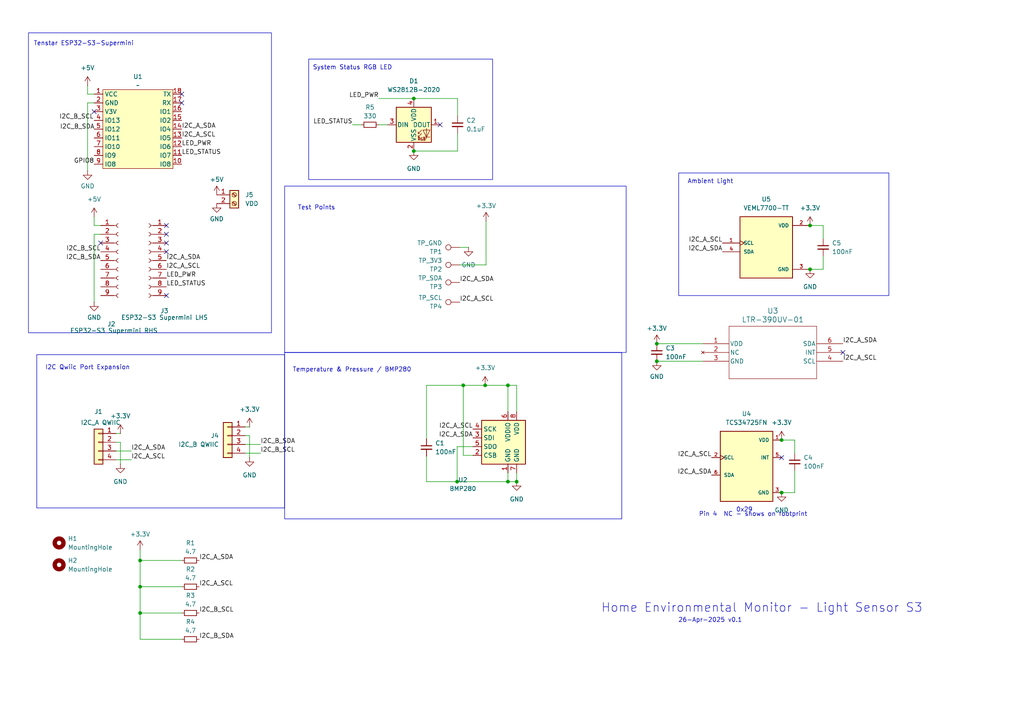
<source format=kicad_sch>
(kicad_sch (version 20250114) (generator "eeschema") (generator_version "9.0")
  (paper "A4")
  (lib_symbols
    (symbol "Connector:Conn_01x09_Socket" (pin_names (offset 1.016) (hide yes))
      (property "Reference" "J" (at 0 12.7 0))
      (property "Value" "Conn_01x09_Socket" (at 0 -12.7 0))
      (symbol "Conn_01x09_Socket_1_1"
        (polyline (pts (xy -1.27 10.16) (xy -0.508 10.16)) (stroke (width 0.1524)))
        (polyline (pts (xy -1.27 7.62) (xy -0.508 7.62)) (stroke (width 0.1524)))
        (polyline (pts (xy -1.27 5.08) (xy -0.508 5.08)) (stroke (width 0.1524)))
        (polyline (pts (xy -1.27 2.54) (xy -0.508 2.54)) (stroke (width 0.1524)))
        (polyline (pts (xy -1.27 0) (xy -0.508 0)) (stroke (width 0.1524)))
        (polyline (pts (xy -1.27 -2.54) (xy -0.508 -2.54)) (stroke (width 0.1524)))
        (polyline (pts (xy -1.27 -5.08) (xy -0.508 -5.08)) (stroke (width 0.1524)))
        (polyline (pts (xy -1.27 -7.62) (xy -0.508 -7.62)) (stroke (width 0.1524)))
        (polyline (pts (xy -1.27 -10.16) (xy -0.508 -10.16)) (stroke (width 0.1524)))
        (arc (start 0 9.652) (mid -0.5058 10.16) (end 0 10.668) (stroke (width 0.1524)))
        (arc (start 0 7.112) (mid -0.5058 7.62) (end 0 8.128) (stroke (width 0.1524)))
        (arc (start 0 4.572) (mid -0.5058 5.08) (end 0 5.588) (stroke (width 0.1524)))
        (arc (start 0 2.032) (mid -0.5058 2.54) (end 0 3.048) (stroke (width 0.1524)))
        (arc (start 0 -0.508) (mid -0.5058 0) (end 0 0.508) (stroke (width 0.1524)))
        (arc (start 0 -3.048) (mid -0.5058 -2.54) (end 0 -2.032) (stroke (width 0.1524)))
        (arc (start 0 -5.588) (mid -0.5058 -5.08) (end 0 -4.572) (stroke (width 0.1524)))
        (arc (start 0 -8.128) (mid -0.5058 -7.62) (end 0 -7.112) (stroke (width 0.1524)))
        (arc (start 0 -10.668) (mid -0.5058 -10.16) (end 0 -9.652) (stroke (width 0.1524)))
        (pin passive line (at -5.08 10.16 0) (length 3.81) (name "Pin_1") (number "1"))
        (pin passive line (at -5.08 7.62 0) (length 3.81) (name "Pin_2") (number "2"))
        (pin passive line (at -5.08 5.08 0) (length 3.81) (name "Pin_3") (number "3"))
        (pin passive line (at -5.08 2.54 0) (length 3.81) (name "Pin_4") (number "4"))
        (pin passive line (at -5.08 0 0) (length 3.81) (name "Pin_5") (number "5"))
        (pin passive line (at -5.08 -2.54 0) (length 3.81) (name "Pin_6") (number "6"))
        (pin passive line (at -5.08 -5.08 0) (length 3.81) (name "Pin_7") (number "7"))
        (pin passive line (at -5.08 -7.62 0) (length 3.81) (name "Pin_8") (number "8"))
        (pin passive line (at -5.08 -10.16 0) (length 3.81) (name "Pin_9") (number "9"))
      )
    )
    (symbol "Connector:Screw_Terminal_01x02" (pin_names (offset 1.016) (hide yes))
      (property "Reference" "J" (at 0 2.54 0))
      (property "Value" "Screw_Terminal_01x02" (at 0 -5.08 0))
      (symbol "Screw_Terminal_01x02_1_1"
        (rectangle (start -1.27 1.27) (end 1.27 -3.81) (stroke (width 0.254)) (fill (type background)))
        (polyline (pts (xy -0.5334 0.3302) (xy 0.3302 -0.508)) (stroke (width 0.1524)))
        (polyline (pts (xy -0.5334 -2.2098) (xy 0.3302 -3.048)) (stroke (width 0.1524)))
        (polyline (pts (xy -0.3556 0.508) (xy 0.508 -0.3302)) (stroke (width 0.1524)))
        (polyline (pts (xy -0.3556 -2.032) (xy 0.508 -2.8702)) (stroke (width 0.1524)))
        (circle (center 0 0) (radius 0.635) (stroke (width 0.1524)))
        (circle (center 0 -2.54) (radius 0.635) (stroke (width 0.1524)))
        (pin passive line (at -5.08 0 0) (length 3.81) (name "Pin_1") (number "1"))
        (pin passive line (at -5.08 -2.54 0) (length 3.81) (name "Pin_2") (number "2"))
      )
    )
    (symbol "Connector:TestPoint" (pin_numbers (hide yes)) (pin_names (offset 0.762) (hide yes))
      (property "Reference" "TP" (at 0 6.858 0))
      (property "Value" "TestPoint" (at 0 5.08 0))
      (symbol "TestPoint_0_1"
        (circle (center 0 3.302) (radius 0.762))
      )
      (symbol "TestPoint_1_1"
        (pin passive line (at 0 0 90) (length 2.54) (name "1") (number "1"))
      )
    )
    (symbol "Connector_Generic:Conn_01x04" (pin_names (offset 1.016) (hide yes))
      (property "Reference" "J" (at 0 5.08 0))
      (property "Value" "Conn_01x04" (at 0 -7.62 0))
      (symbol "Conn_01x04_1_1"
        (rectangle (start -1.27 3.81) (end 1.27 -6.35) (stroke (width 0.254)) (fill (type background)))
        (rectangle (start -1.27 2.667) (end 0 2.413) (stroke (width 0.1524)))
        (rectangle (start -1.27 0.127) (end 0 -0.127) (stroke (width 0.1524)))
        (rectangle (start -1.27 -2.413) (end 0 -2.667) (stroke (width 0.1524)))
        (rectangle (start -1.27 -4.953) (end 0 -5.207) (stroke (width 0.1524)))
        (pin passive line (at -5.08 2.54 0) (length 3.81) (name "Pin_1") (number "1"))
        (pin passive line (at -5.08 0 0) (length 3.81) (name "Pin_2") (number "2"))
        (pin passive line (at -5.08 -2.54 0) (length 3.81) (name "Pin_3") (number "3"))
        (pin passive line (at -5.08 -5.08 0) (length 3.81) (name "Pin_4") (number "4"))
      )
    )
    (symbol "Custom_ESP32:LTR-390UV-01" (pin_names (offset 0.254))
      (property "Reference" "U" (at 20.32 10.16 0))
      (property "Value" "LTR-390UV-01" (at 20.32 7.62 0))
      (symbol "LTR-390UV-01_0_1"
        (polyline (pts (xy 7.62 5.08) (xy 7.62 -10.16)) (stroke (width 0.127)))
        (polyline (pts (xy 7.62 -10.16) (xy 33.02 -10.16)) (stroke (width 0.127)))
        (polyline (pts (xy 33.02 5.08) (xy 7.62 5.08)) (stroke (width 0.127)))
        (polyline (pts (xy 33.02 -10.16) (xy 33.02 5.08)) (stroke (width 0.127)))
        (pin power_in line (at 0 0 0) (length 7.62) (name "VDD") (number "1"))
        (pin no_connect line (at 0 -2.54 0) (length 7.62) (name "NC") (number "2"))
        (pin power_out line (at 0 -5.08 0) (length 7.62) (name "GND") (number "3"))
        (pin bidirectional line (at 40.64 0 180) (length 7.62) (name "SDA") (number "6"))
        (pin output line (at 40.64 -2.54 180) (length 7.62) (name "INT") (number "5"))
        (pin input line (at 40.64 -5.08 180) (length 7.62) (name "SCL") (number "4"))
      )
    )
    (symbol "Custom_ESP32:TCS34725FN" (pin_names (offset 1.016))
      (property "Reference" "U" (at -7.6343 10.179 0))
      (property "Value" "TCS34725FN" (at -7.6296 -10.1727 0))
      (symbol "TCS34725FN_0_0"
        (rectangle (start -7.62 -10.16) (end 7.62 10.16) (stroke (width 0.254)) (fill (type background)))
        (pin input clock (at -10.16 2.54 0) (length 2.54) (name "SCL") (number "2"))
        (pin bidirectional line (at -10.16 -2.54 0) (length 2.54) (name "SDA") (number "6"))
        (pin power_in line (at 10.16 7.62 180) (length 2.54) (name "VDD") (number "1"))
        (pin output line (at 10.16 2.54 180) (length 2.54) (name "INT") (number "5"))
        (pin power_in line (at 10.16 -7.62 180) (length 2.54) (name "GND") (number "3"))
      )
    )
    (symbol "Custom_ESP32:Tenstar-ESP32-S3-Supermini"
      (property "Reference" "U" (at -9.652 12.446 0))
      (symbol "Tenstar-ESP32-S3-Supermini_1_1"
        (rectangle (start -10.16 11.43) (end 10.16 -11.43) (fill (type background)))
        (pin power_in line (at -12.7 10.16 0) (length 2.54) (name "VCC") (number "1"))
        (pin power_in line (at -12.7 7.62 0) (length 2.54) (name "GND") (number "2"))
        (pin power_out line (at -12.7 5.08 0) (length 2.54) (name "V3V") (number "3"))
        (pin bidirectional line (at -12.7 2.54 0) (length 2.54) (name "IO13") (number "4"))
        (pin bidirectional line (at -12.7 0 0) (length 2.54) (name "IO12") (number "5"))
        (pin bidirectional line (at -12.7 -2.54 0) (length 2.54) (name "IO11") (number "6"))
        (pin bidirectional line (at -12.7 -5.08 0) (length 2.54) (name "IO10") (number "7"))
        (pin bidirectional line (at -12.7 -7.62 0) (length 2.54) (name "IO9") (number "8"))
        (pin bidirectional line (at -12.7 -10.16 0) (length 2.54) (name "IO8") (number "9"))
        (pin bidirectional line (at 12.7 10.16 180) (length 2.54) (name "TX") (number "18"))
        (pin bidirectional line (at 12.7 7.62 180) (length 2.54) (name "RX") (number "17"))
        (pin bidirectional line (at 12.7 5.08 180) (length 2.54) (name "IO1") (number "16"))
        (pin bidirectional line (at 12.7 2.54 180) (length 2.54) (name "IO2") (number "15"))
        (pin bidirectional line (at 12.7 0 180) (length 2.54) (name "IO4") (number "14"))
        (pin bidirectional line (at 12.7 -2.54 180) (length 2.54) (name "IO5") (number "13"))
        (pin bidirectional line (at 12.7 -5.08 180) (length 2.54) (name "IO6") (number "12"))
        (pin bidirectional line (at 12.7 -7.62 180) (length 2.54) (name "IO7") (number "11"))
        (pin bidirectional line (at 12.7 -10.16 180) (length 2.54) (name "IO8") (number "10"))
      )
    )
    (symbol "Device:C_Small" (pin_numbers (hide yes)) (pin_names (offset 0.254) (hide yes))
      (property "Reference" "C" (at 0.254 1.778 0))
      (property "Value" "C_Small" (at 0.254 -2.032 0))
      (symbol "C_Small_0_1"
        (polyline (pts (xy -1.524 0.508) (xy 1.524 0.508)) (stroke (width 0.3048)))
        (polyline (pts (xy -1.524 -0.508) (xy 1.524 -0.508)) (stroke (width 0.3302)))
      )
      (symbol "C_Small_1_1"
        (pin passive line (at 0 2.54 270) (length 2.032) (name "~") (number "1"))
        (pin passive line (at 0 -2.54 90) (length 2.032) (name "~") (number "2"))
      )
    )
    (symbol "Device:R_Small" (pin_numbers (hide yes)) (pin_names (offset 0.254) (hide yes))
      (property "Reference" "R" (at 0.762 0.508 0))
      (property "Value" "R_Small" (at 0.762 -1.016 0))
      (symbol "R_Small_0_1"
        (rectangle (start -0.762 1.778) (end 0.762 -1.778) (stroke (width 0.2032)))
      )
      (symbol "R_Small_1_1"
        (pin passive line (at 0 2.54 270) (length 0.762) (name "~") (number "1"))
        (pin passive line (at 0 -2.54 90) (length 0.762) (name "~") (number "2"))
      )
    )
    (symbol "LED:WS2812B-2020" (pin_names (offset 0.254))
      (property "Reference" "D" (at 5.08 5.715 0))
      (property "Value" "WS2812B-2020" (at 1.27 -5.715 0))
      (symbol "WS2812B-2020_0_0"
        (text "RGB" (at 2.286 -4.191 0) (effects (font (size 0.762 0.762))))
      )
      (symbol "WS2812B-2020_0_1"
        (polyline (pts (xy 1.27 -2.54) (xy 1.778 -2.54)))
        (polyline (pts (xy 1.27 -3.556) (xy 1.778 -3.556)))
        (polyline (pts (xy 2.286 -1.524) (xy 1.27 -2.54) (xy 1.27 -2.032)))
        (polyline (pts (xy 2.286 -2.54) (xy 1.27 -3.556) (xy 1.27 -3.048)))
        (polyline (pts (xy 3.683 -1.016) (xy 3.683 -3.556) (xy 3.683 -4.064)))
        (polyline (pts (xy 4.699 -1.524) (xy 2.667 -1.524) (xy 3.683 -3.556) (xy 4.699 -1.524)))
        (polyline (pts (xy 4.699 -3.556) (xy 2.667 -3.556)))
        (rectangle (start 5.08 5.08) (end -5.08 -5.08) (stroke (width 0.254)) (fill (type background)))
      )
      (symbol "WS2812B-2020_1_1"
        (pin input line (at -7.62 0 0) (length 2.54) (name "DIN") (number "3"))
        (pin power_in line (at 0 7.62 270) (length 2.54) (name "VDD") (number "4"))
        (pin power_in line (at 0 -7.62 90) (length 2.54) (name "VSS") (number "2"))
        (pin output line (at 7.62 0 180) (length 2.54) (name "DOUT") (number "1"))
      )
    )
    (symbol "Mechanical:MountingHole" (pin_names (offset 1.016)) (exclude_from_sim yes) (in_bom no)
      (property "Reference" "H" (at 0 5.08 0))
      (property "Value" "MountingHole" (at 0 3.175 0))
      (symbol "MountingHole_0_1"
        (circle (center 0 0) (radius 1.27) (stroke (width 1.27)))
      )
    )
    (symbol "Sensor_Pressure:BMP280"
      (property "Reference" "U" (at -7.62 10.16 0))
      (property "Value" "BMP280" (at 5.08 10.16 0))
      (symbol "BMP280_0_1"
        (rectangle (start -7.62 -5.08) (end 5.08 7.62) (stroke (width 0.254)) (fill (type background)))
      )
      (symbol "BMP280_1_1"
        (pin input line (at -10.16 5.08 0) (length 2.54) (name "SCK") (number "4"))
        (pin bidirectional line (at -10.16 2.54 0) (length 2.54) (name "SDI") (number "3"))
        (pin bidirectional line (at -10.16 0 0) (length 2.54) (name "SDO") (number "5"))
        (pin input line (at -10.16 -2.54 0) (length 2.54) (name "CSB") (number "2"))
        (pin power_in line (at 0 10.16 270) (length 2.54) (name "VDDIO") (number "6"))
        (pin power_in line (at 0 -7.62 90) (length 2.54) (name "GND") (number "1"))
        (pin power_in line (at 2.54 10.16 270) (length 2.54) (name "VDD") (number "8"))
        (pin power_in line (at 2.54 -7.62 90) (length 2.54) (name "GND") (number "7"))
      )
    )
    (symbol "VEML7700-TT:VEML7700-TT" (pin_names (offset 1.016))
      (property "Reference" "U" (at -7.62 10.795 0))
      (property "Value" "VEML7700-TT" (at -7.62 -10.16 0))
      (symbol "VEML7700-TT_0_0"
        (rectangle (start -7.62 -7.62) (end 7.62 10.16) (stroke (width 0.254)) (fill (type background)))
        (pin input clock (at -12.7 2.54 0) (length 5.08) (name "SCL") (number "1"))
        (pin bidirectional line (at -12.7 0 0) (length 5.08) (name "SDA") (number "4"))
        (pin power_in line (at 12.7 7.62 180) (length 5.08) (name "VDD") (number "2"))
        (pin power_in line (at 12.7 -5.08 180) (length 5.08) (name "GND") (number "3"))
      )
    )
    (symbol "power:+3.3V" (power) (pin_numbers (hide yes)) (pin_names (offset 0) (hide yes))
      (property "Value" "+3.3V" (at 0 3.556 0))
      (symbol "+3.3V_0_1"
        (polyline (pts (xy -0.762 1.27) (xy 0 2.54)))
        (polyline (pts (xy 0 2.54) (xy 0.762 1.27)))
        (polyline (pts (xy 0 0) (xy 0 2.54)))
      )
      (symbol "+3.3V_1_1"
        (pin power_in line (at 0 0 90) (length 0) (name "~") (number "1"))
      )
    )
    (symbol "power:+5V" (power) (pin_numbers (hide yes)) (pin_names (offset 0) (hide yes))
      (property "Value" "+5V" (at 0 3.556 0))
      (symbol "+5V_0_1"
        (polyline (pts (xy -0.762 1.27) (xy 0 2.54)))
        (polyline (pts (xy 0 2.54) (xy 0.762 1.27)))
        (polyline (pts (xy 0 0) (xy 0 2.54)))
      )
      (symbol "+5V_1_1"
        (pin power_in line (at 0 0 90) (length 0) (name "~") (number "1"))
      )
    )
    (symbol "power:GND" (power) (pin_numbers (hide yes)) (pin_names (offset 0) (hide yes))
      (property "Value" "GND" (at 0 -3.81 0))
      (symbol "GND_0_1"
        (polyline (pts (xy 0 0) (xy 0 -1.27) (xy 1.27 -1.27) (xy 0 -2.54) (xy -1.27 -1.27) (xy 0 -1.27)))
      )
      (symbol "GND_1_1"
        (pin power_in line (at 0 0 270) (length 0) (name "~") (number "1"))
      )
    )
  )
  (rectangle (start 82.55 53.975) (end 181.61 102.235))
  (rectangle (start 8.255 9.525) (end 78.74 96.52))
  (rectangle (start 89.535 17.145) (end 142.875 52.07))
  (rectangle (start 10.668 102.87) (end 82.55 147.32))
  (rectangle (start 82.55 102.235) (end 180.34 150.495))
  (rectangle (start 196.85 50.165) (end 257.81 85.725))
  (text "0x29" (at 215.9 147.955 0) (effects (font (size 1.27 1.27))))
  (text "Home Environmental Monitor - Light Sensor S3" (at 220.98 176.403 0) (effects (font (size 2.54 2.54))))
  (text "Tenstar ESP32-S3-Supermini " (at 24.765 12.7 0) (effects (font (size 1.27 1.27))))
  (text "Temperature & Pressure / BMP280" (at 84.836 107.315 0) (effects (font (size 1.27 1.27)) (justify left)))
  (text "I2C Qwiic Port Expansion" (at 25.4 106.68 0) (effects (font (size 1.27 1.27))))
  (text "Test Points" (at 86.36 60.325 0) (effects (font (size 1.27 1.27)) (justify left)))
  (text "System Status RGB LED" (at 102.235 19.685 0) (effects (font (size 1.27 1.27))))
  (text "Ambient Light" (at 199.39 52.705 0) (effects (font (size 1.27 1.27)) (justify left)))
  (text "Pin 4  NC - shows on footprint" (at 218.44 149.225 0) (effects (font (size 1.27 1.27))))
  (text "26-Apr-2025 v0.1" (at 205.994 179.959 0) (effects (font (size 1.27 1.27))))
  (junction (at 147.32 111.76))
  (junction (at 147.32 139.7))
  (junction (at 40.64 162.56))
  (junction (at 40.64 170.18))
  (junction (at 226.695 127.635))
  (junction (at 149.86 139.7))
  (junction (at 190.5 104.775))
  (junction (at 132.588 139.7))
  (junction (at 234.95 78.105))
  (junction (at 140.716 111.76))
  (junction (at 226.695 142.875))
  (junction (at 234.95 65.405))
  (junction (at 120.015 28.575))
  (junction (at 134.366 111.76))
  (junction (at 190.5 99.695))
  (junction (at 40.64 177.8))
  (junction (at 120.015 43.815))
  (no_connect (at 48.26 65.405))
  (no_connect (at 48.26 70.485))
  (no_connect (at 52.705 27.305))
  (no_connect (at 244.475 102.235))
  (no_connect (at 48.26 85.725))
  (no_connect (at 48.26 73.025))
  (no_connect (at 29.21 70.485))
  (no_connect (at 127.635 36.195))
  (no_connect (at 27.305 32.385))
  (no_connect (at 226.695 132.715))
  (no_connect (at 48.26 67.945))
  (no_connect (at 52.705 29.845))
  (wire (pts (xy 226.695 127.635) (xy 230.505 127.635)))
  (wire (pts (xy 238.76 78.105) (xy 234.95 78.105)))
  (wire (pts (xy 123.698 111.76) (xy 123.698 127.254)))
  (wire (pts (xy 71.12 123.825) (xy 72.39 123.825)))
  (wire (pts (xy 230.505 127.635) (xy 230.505 131.445)))
  (wire (pts (xy 238.76 65.405) (xy 238.76 69.215)))
  (wire (pts (xy 137.16 129.54) (xy 132.588 129.54)))
  (wire (pts (xy 230.505 142.875) (xy 226.695 142.875)))
  (wire (pts (xy 25.4 49.53) (xy 25.4 29.845)))
  (wire (pts (xy 133.35 76.835) (xy 140.97 76.835)))
  (wire (pts (xy 134.366 111.76) (xy 134.366 132.08)))
  (wire (pts (xy 147.32 139.7) (xy 149.86 139.7)))
  (wire (pts (xy 133.35 71.755) (xy 135.89 71.755)))
  (wire (pts (xy 147.32 111.76) (xy 149.86 111.76)))
  (wire (pts (xy 147.32 137.16) (xy 147.32 139.7)))
  (wire (pts (xy 72.39 126.365) (xy 71.12 126.365)))
  (wire (pts (xy 27.305 62.865) (xy 27.305 65.405)))
  (wire (pts (xy 109.855 36.195) (xy 112.395 36.195)))
  (wire (pts (xy 25.4 29.845) (xy 27.305 29.845)))
  (wire (pts (xy 40.64 185.42) (xy 40.64 177.8)))
  (wire (pts (xy 234.95 65.405) (xy 238.76 65.405)))
  (wire (pts (xy 120.015 28.575) (xy 132.715 28.575)))
  (wire (pts (xy 134.366 132.08) (xy 137.16 132.08)))
  (wire (pts (xy 132.588 129.54) (xy 132.588 139.7)))
  (wire (pts (xy 40.64 162.56) (xy 40.64 159.385)))
  (wire (pts (xy 132.715 38.735) (xy 132.715 43.815)))
  (wire (pts (xy 71.12 131.445) (xy 75.565 131.445)))
  (wire (pts (xy 33.655 133.35) (xy 38.1 133.35)))
  (wire (pts (xy 102.235 36.195) (xy 104.775 36.195)))
  (wire (pts (xy 40.64 177.8) (xy 52.705 177.8)))
  (wire (pts (xy 149.86 137.16) (xy 149.86 139.7)))
  (wire (pts (xy 149.86 119.38) (xy 149.86 111.76)))
  (wire (pts (xy 132.715 43.815) (xy 120.015 43.815)))
  (wire (pts (xy 132.715 28.575) (xy 132.715 33.655)))
  (wire (pts (xy 34.925 128.27) (xy 33.655 128.27)))
  (wire (pts (xy 132.588 139.7) (xy 147.32 139.7)))
  (wire (pts (xy 123.698 139.7) (xy 132.588 139.7)))
  (wire (pts (xy 33.655 130.81) (xy 38.1 130.81)))
  (wire (pts (xy 25.4 27.305) (xy 27.305 27.305)))
  (wire (pts (xy 140.97 76.835) (xy 140.97 64.135)))
  (wire (pts (xy 140.716 111.76) (xy 147.32 111.76)))
  (wire (pts (xy 71.12 128.905) (xy 75.565 128.905)))
  (wire (pts (xy 40.64 170.18) (xy 52.705 170.18)))
  (wire (pts (xy 109.855 28.575) (xy 120.015 28.575)))
  (wire (pts (xy 134.366 111.76) (xy 140.716 111.76)))
  (wire (pts (xy 230.505 136.525) (xy 230.505 142.875)))
  (wire (pts (xy 25.4 24.765) (xy 25.4 27.305)))
  (wire (pts (xy 72.39 126.365) (xy 72.39 132.715)))
  (wire (pts (xy 40.64 177.8) (xy 40.64 170.18)))
  (wire (pts (xy 123.698 132.334) (xy 123.698 139.7)))
  (wire (pts (xy 52.705 185.42) (xy 40.64 185.42)))
  (wire (pts (xy 34.925 128.27) (xy 34.925 134.62)))
  (wire (pts (xy 190.5 104.775) (xy 203.835 104.775)))
  (wire (pts (xy 27.305 67.945) (xy 29.21 67.945)))
  (wire (pts (xy 27.305 65.405) (xy 29.21 65.405)))
  (wire (pts (xy 147.32 111.76) (xy 147.32 119.38)))
  (wire (pts (xy 33.655 125.73) (xy 34.925 125.73)))
  (wire (pts (xy 238.76 74.295) (xy 238.76 78.105)))
  (wire (pts (xy 40.64 162.56) (xy 52.705 162.56)))
  (wire (pts (xy 190.5 99.695) (xy 203.835 99.695)))
  (wire (pts (xy 123.698 111.76) (xy 134.366 111.76)))
  (wire (pts (xy 27.305 87.63) (xy 27.305 67.945)))
  (wire (pts (xy 40.64 170.18) (xy 40.64 162.56)))
  (label "LED_PWR" (at 48.26 80.645 0))
  (label "I2C_B_SDA" (at 27.432 37.719 180))
  (label "I2C_B_SCL" (at 27.178 34.798 180))
  (label "I2C_A_SCL" (at 38.1 133.35 0))
  (label "LED_STATUS" (at 52.705 45.085 0))
  (label "I2C_A_SCL" (at 48.26 78.105 0))
  (label "I2C_B_SDA" (at 57.785 185.42 0))
  (label "I2C_B_SCL" (at 75.565 131.445 0))
  (label "I2C_A_SCL" (at 133.35 87.63 0))
  (label "I2C_A_SDA" (at 52.705 37.465 0))
  (label "LED_STATUS" (at 48.26 83.185 0))
  (label "LED_PWR" (at 52.705 42.545 0))
  (label "I2C_B_SCL" (at 29.21 73.025 180))
  (label "LED_STATUS" (at 102.235 36.195 180))
  (label "I2C_A_SCL" (at 206.375 132.715 180))
  (label "I2C_A_SDA" (at 133.35 81.915 0))
  (label "I2C_A_SCL" (at 209.55 70.485 180))
  (label "I2C_A_SDA" (at 206.375 137.795 180))
  (label "GPIO8" (at 27.305 47.625 180))
  (label "I2C_A_SDA" (at 57.785 162.56 0))
  (label "LED_PWR" (at 109.855 28.575 180))
  (label "I2C_B_SCL" (at 57.785 177.8 0))
  (label "I2C_A_SDA" (at 48.26 75.565 0))
  (label "I2C_A_SDA" (at 244.475 99.695 0))
  (label "I2C_A_SCL" (at 137.16 124.46 180))
  (label "I2C_A_SCL" (at 244.475 104.775 0))
  (label "I2C_A_SDA" (at 209.55 73.025 180))
  (label "I2C_B_SDA" (at 29.21 75.565 180))
  (label "I2C_B_SDA" (at 75.565 128.905 0))
  (label "I2C_A_SCL" (at 57.785 170.18 0))
  (label "I2C_A_SDA" (at 137.16 127 180))
  (label "I2C_A_SDA" (at 38.1 130.81 0))
  (label "I2C_A_SCL" (at 52.705 40.005 0))
  (symbol (lib_id "power:GND") (at 190.5 104.775 0) (unit 1)
    (property "Reference" "#PWR018" (effects (hide yes)))
    (property "Value" "GND" (at 190.5 109.22 0))
    (property "Description" "Power symbol creates a global label with name \"GND\" , ground" (effects (hide yes)))
  )
  (symbol (lib_id "power:+3.3V") (at 190.5 99.695 0) (unit 1)
    (property "Reference" "#PWR017" (effects (hide yes)))
    (property "Value" "+3.3V" (at 190.5 95.25 0))
    (property "Description" "Power symbol creates a global label with name \"+3.3V\"" (effects (hide yes)))
  )
  (symbol (lib_id "Custom_ESP32:Tenstar-ESP32-S3-Supermini") (at 40.005 37.465 0) (unit 1) (on_board no)
    (property "Reference" "U1" (at 40.005 22.225 0))
    (property "Value" "~" (at 40.005 24.765 0))
    (property "Footprint" "Custom_Modules:Tenstar-ESP32-S3-SuperMini" (effects (hide yes)))
  )
  (symbol (lib_id "power:GND") (at 62.865 59.055 0) (unit 1)
    (property "Reference" "#PWR09" (effects (hide yes)))
    (property "Value" "GND" (at 62.865 63.5 0))
    (property "Description" "Power symbol creates a global label with name \"GND\" , ground" (effects (hide yes)))
  )
  (symbol (lib_id "Connector:TestPoint") (at 133.35 71.755 90) (unit 1)
    (property "Reference" "TP1" (at 128.27 73.0251 90) (effects (justify left)))
    (property "Value" "TP_GND" (at 128.27 70.4851 90) (effects (justify left)))
    (property "Footprint" "TestPoint:TestPoint_Pad_1.0x1.0mm" (effects (hide yes)))
    (property "Description" "test point" (effects (hide yes)))
  )
  (symbol (lib_id "Connector_Generic:Conn_01x04") (at 28.575 128.27 0) (mirror y) (unit 1)
    (property "Reference" "J1" (at 28.575 119.38 0))
    (property "Value" "I2C_A QWIIC" (at 29.21 122.555 0))
    (property "Footprint" "Connector_JST:JST_SH_SM04B-SRSS-TB_1x04-1MP_P1.00mm_Horizontal" (effects (hide yes)))
    (property "Description" "Generic connector, single row, 01x04, script generated (kicad-library-utils/schlib/autogen/connector/)" (effects (hide yes)))
  )
  (symbol (lib_id "power:GND") (at 72.39 132.715 0) (mirror y) (unit 1)
    (property "Reference" "#PWR011" (effects (hide yes)))
    (property "Value" "GND" (at 72.39 137.795 0))
    (property "Description" "Power symbol creates a global label with name \"GND\" , ground" (effects (hide yes)))
  )
  (symbol (lib_id "power:+5V") (at 62.865 56.515 0) (unit 1)
    (property "Reference" "#PWR08" (effects (hide yes)))
    (property "Value" "+5V" (at 62.865 52.07 0))
    (property "Description" "Power symbol creates a global label with name \"+5V\"" (effects (hide yes)))
  )
  (symbol (lib_id "power:GND") (at 34.925 134.62 0) (mirror y) (unit 1)
    (property "Reference" "#PWR06" (effects (hide yes)))
    (property "Value" "GND" (at 34.925 139.7 0))
    (property "Description" "Power symbol creates a global label with name \"GND\" , ground" (effects (hide yes)))
  )
  (symbol (lib_id "Device:C_Small") (at 230.505 133.985 0) (unit 1)
    (property "Reference" "C4" (at 233.045 132.7212 0) (effects (justify left)))
    (property "Value" "100nF" (at 233.045 135.2612 0) (effects (justify left)))
    (property "Footprint" "Capacitor_SMD:C_0201_0603Metric" (effects (hide yes)))
    (property "Description" "Unpolarized capacitor, small symbol" (effects (hide yes)))
  )
  (symbol (lib_id "power:GND") (at 120.015 43.815 0) (unit 1)
    (property "Reference" "#PWR012" (effects (hide yes)))
    (property "Value" "GND" (at 120.015 48.895 0))
    (property "Description" "Power symbol creates a global label with name \"GND\" , ground" (effects (hide yes)))
  )
  (symbol (lib_id "power:+3.3V") (at 234.95 65.405 0) (unit 1)
    (property "Reference" "#PWR021" (effects (hide yes)))
    (property "Value" "+3.3V" (at 234.95 60.325 0))
    (property "Description" "Power symbol creates a global label with name \"+3.3V\"" (effects (hide yes)))
  )
  (symbol (lib_id "Connector:TestPoint") (at 133.35 76.835 90) (unit 1)
    (property "Reference" "TP2" (at 128.27 78.1051 90) (effects (justify left)))
    (property "Value" "TP_3V3" (at 128.27 75.5651 90) (effects (justify left)))
    (property "Footprint" "TestPoint:TestPoint_Pad_1.0x1.0mm" (effects (hide yes)))
    (property "Description" "test point" (effects (hide yes)))
  )
  (symbol (lib_id "Connector_Generic:Conn_01x04") (at 66.04 126.365 0) (mirror y) (unit 1)
    (property "Reference" "J4" (at 63.5 126.3649 0) (effects (justify left)))
    (property "Value" "I2C_B QWIIC" (at 63.5 128.9049 0) (effects (justify left)))
    (property "Footprint" "Connector_JST:JST_SH_SM04B-SRSS-TB_1x04-1MP_P1.00mm_Horizontal" (effects (hide yes)))
    (property "Description" "Generic connector, single row, 01x04, script generated (kicad-library-utils/schlib/autogen/connector/)" (effects (hide yes)))
  )
  (symbol (lib_id "Device:C_Small") (at 238.76 71.755 0) (unit 1)
    (property "Reference" "C5" (at 241.3 70.4912 0) (effects (justify left)))
    (property "Value" "100nF" (at 241.3 73.0312 0) (effects (justify left)))
    (property "Footprint" "Capacitor_SMD:C_0201_0603Metric" (effects (hide yes)))
    (property "Description" "Unpolarized capacitor, small symbol" (effects (hide yes)))
  )
  (symbol (lib_id "power:GND") (at 226.695 142.875 0) (unit 1)
    (property "Reference" "#PWR020" (effects (hide yes)))
    (property "Value" "GND" (at 226.695 147.955 0))
    (property "Description" "Power symbol creates a global label with name \"GND\" , ground" (effects (hide yes)))
  )
  (symbol (lib_id "power:+5V") (at 25.4 24.765 0) (unit 1)
    (property "Reference" "#PWR01" (effects (hide yes)))
    (property "Value" "+5V" (at 25.4 19.685 0))
    (property "Description" "Power symbol creates a global label with name \"+5V\"" (effects (hide yes)))
  )
  (symbol (lib_id "power:+5V") (at 27.305 62.865 0) (unit 1)
    (property "Reference" "#PWR03" (effects (hide yes)))
    (property "Value" "+5V" (at 27.305 57.785 0))
    (property "Description" "Power symbol creates a global label with name \"+5V\"" (effects (hide yes)))
  )
  (symbol (lib_id "VEML7700-TT:VEML7700-TT") (at 222.25 73.025 0) (unit 1)
    (property "Reference" "U5" (at 222.25 57.785 0))
    (property "Value" "VEML7700-TT" (at 222.25 60.325 0))
    (property "Footprint" "Custom_Modules:XDCR_VEML7700-TT" (effects (hide yes)))
    (property "DigiKey_Part_Number" "751-VEML7700-TTTR-ND" (effects (hide yes)))
    (property "SnapEDA_Link" "https://www.snapeda.com/parts/VEML7700-TT/Vishay/view-part/?ref=snap" (effects (hide yes)))
    (property "MAXIMUM_PACKAGE_HEIGHT" "2.35 mm" (effects (hide yes)))
    (property "Package" "SMD-4 Vishay Semiconductor" (effects (hide yes)))
    (property "Check_prices" "https://www.snapeda.com/parts/VEML7700-TT/Vishay/view-part/?ref=eda" (effects (hide yes)))
    (property "STANDARD" "Manufacturer Recommendations" (effects (hide yes)))
    (property "PARTREV" "1.6" (effects (hide yes)))
    (property "MF" "Vishay Semiconductor" (effects (hide yes)))
    (property "MP" "VEML7700-TT" (effects (hide yes)))
    (property "Description_1" "Optical Sensor Ambient - I²C 4-SMD, J-Lead" (effects (hide yes)))
    (property "MANUFACTURER" "Vishay" (effects (hide yes)))
    (property "SNAPEDA_PN" "VEML7700-TT" (effects (hide yes)))
  )
  (symbol (lib_id "power:+3.3V") (at 72.39 123.825 0) (mirror y) (unit 1)
    (property "Reference" "#PWR010" (effects (hide yes)))
    (property "Value" "+3.3V" (at 72.39 118.745 0))
    (property "Description" "Power symbol creates a global label with name \"+3.3V\"" (effects (hide yes)))
  )
  (symbol (lib_id "Mechanical:MountingHole") (at 17.145 157.48 0) (unit 1) (exclude_from_sim yes) (in_bom no)
    (property "Reference" "H1" (at 19.685 156.2099 0) (effects (justify left)))
    (property "Value" "MountingHole" (at 19.685 158.7499 0) (effects (justify left)))
    (property "Footprint" "MountingHole:MountingHole_2.2mm_M2" (effects (hide yes)))
    (property "Description" "Mounting Hole without connection" (effects (hide yes)))
  )
  (symbol (lib_id "power:+3.3V") (at 34.925 125.73 0) (mirror y) (unit 1)
    (property "Reference" "#PWR05" (effects (hide yes)))
    (property "Value" "+3.3V" (at 34.925 120.65 0))
    (property "Description" "Power symbol creates a global label with name \"+3.3V\"" (effects (hide yes)))
  )
  (symbol (lib_id "power:GND") (at 234.95 78.105 0) (unit 1)
    (property "Reference" "#PWR022" (effects (hide yes)))
    (property "Value" "GND" (at 234.95 83.185 0))
    (property "Description" "Power symbol creates a global label with name \"GND\" , ground" (effects (hide yes)))
  )
  (symbol (lib_id "Device:C_Small") (at 132.715 36.195 0) (unit 1)
    (property "Reference" "C2" (at 135.255 34.9312 0) (effects (justify left)))
    (property "Value" "0.1uF" (at 135.255 37.4712 0) (effects (justify left)))
    (property "Footprint" "Capacitor_SMD:C_0201_0603Metric" (effects (hide yes)))
    (property "Description" "Unpolarized capacitor, small symbol" (effects (hide yes)))
    (property "LCSC" "C49678" (effects (hide yes)))
  )
  (symbol (lib_id "Device:R_Small") (at 55.245 162.56 90) (unit 1)
    (property "Reference" "R1" (at 55.245 157.48 90))
    (property "Value" "4.7" (at 55.245 160.02 90))
    (property "Footprint" "Resistor_SMD:R_0201_0603Metric" (effects (hide yes)))
    (property "Description" "Resistor, small symbol" (effects (hide yes)))
    (property "LCSC" "C17630" (effects (hide yes)))
  )
  (symbol (lib_id "power:+3.3V") (at 140.716 111.76 0) (unit 1)
    (property "Reference" "#PWR014" (effects (hide yes)))
    (property "Value" "+3.3V" (at 140.716 106.68 0))
    (property "Description" "Power symbol creates a global label with name \"+3.3V\"" (effects (hide yes)))
  )
  (symbol (lib_id "Device:C_Small") (at 123.698 129.794 0) (unit 1)
    (property "Reference" "C1" (at 126.238 128.5302 0) (effects (justify left)))
    (property "Value" "100nF" (at 126.238 131.0702 0) (effects (justify left)))
    (property "Footprint" "Capacitor_SMD:C_0201_0603Metric" (effects (hide yes)))
    (property "Description" "Unpolarized capacitor, small symbol" (effects (hide yes)))
  )
  (symbol (lib_id "power:GND") (at 25.4 49.53 0) (unit 1)
    (property "Reference" "#PWR02" (effects (hide yes)))
    (property "Value" "GND" (at 25.4 53.975 0))
    (property "Description" "Power symbol creates a global label with name \"GND\" , ground" (effects (hide yes)))
  )
  (symbol (lib_id "Connector:TestPoint") (at 133.35 81.915 90) (unit 1)
    (property "Reference" "TP3" (at 128.27 83.1851 90) (effects (justify left)))
    (property "Value" "TP_SDA" (at 128.27 80.6451 90) (effects (justify left)))
    (property "Footprint" "TestPoint:TestPoint_Pad_1.0x1.0mm" (effects (hide yes)))
    (property "Description" "test point" (effects (hide yes)))
  )
  (symbol (lib_id "Device:R_Small") (at 55.245 185.42 90) (unit 1)
    (property "Reference" "R4" (at 55.245 180.34 90))
    (property "Value" "4.7" (at 55.245 182.88 90))
    (property "Footprint" "Resistor_SMD:R_0201_0603Metric" (effects (hide yes)))
    (property "Description" "Resistor, small symbol" (effects (hide yes)))
    (property "LCSC" "C17630" (effects (hide yes)))
  )
  (symbol (lib_id "power:GND") (at 27.305 87.63 0) (unit 1)
    (property "Reference" "#PWR04" (effects (hide yes)))
    (property "Value" "GND" (at 27.305 92.075 0))
    (property "Description" "Power symbol creates a global label with name \"GND\" , ground" (effects (hide yes)))
  )
  (symbol (lib_id "Custom_ESP32:TCS34725FN") (at 216.535 135.255 0) (unit 1)
    (property "Reference" "U4" (at 216.535 120.015 0))
    (property "Value" "TCS34725FN" (at 216.535 122.555 0))
    (property "Footprint" "Custom_Modules:SON65P200X240X70-6N" (effects (hide yes)))
    (property "MF" "ams" (effects (hide yes)))
    (property "Description_1" "Color Sensor 16 b Gain Control, Interrupt, Sleep Mode 6-SMD Module" (effects (hide yes)))
    (property "Package" "SMD-6 ams" (effects (hide yes)))
    (property "Price" "None" (effects (hide yes)))
    (property "Check_prices" "https://www.snapeda.com/parts/TCS34725FN/ams/view-part/?ref=eda" (effects (hide yes)))
    (property "STANDARD" "Manufacturer recommendation" (effects (hide yes)))
    (property "PARTREV" "1-02" (effects (hide yes)))
    (property "SnapEDA_Link" "https://www.snapeda.com/parts/TCS34725FN/ams/view-part/?ref=snap" (effects (hide yes)))
    (property "MP" "TCS34725FN" (effects (hide yes)))
    (property "Availability" "In Stock" (effects (hide yes)))
    (property "MANUFACTURER" "AMS Electronics, Inc." (effects (hide yes)))
  )
  (symbol (lib_id "Connector:Screw_Terminal_01x02") (at 67.945 56.515 0) (unit 1)
    (property "Reference" "J5" (at 71.12 56.5149 0) (effects (justify left)))
    (property "Value" "VDD" (at 71.12 59.0549 0) (effects (justify left)))
    (property "Footprint" "TerminalBlock_Phoenix:TerminalBlock_Phoenix_MPT-0,5-2-2.54_1x02_P2.54mm_Horizontal" (effects (hide yes)))
    (property "Description" "Generic screw terminal, single row, 01x02, script generated (kicad-library-utils/schlib/autogen/connector/)" (effects (hide yes)))
  )
  (symbol (lib_id "Connector:TestPoint") (at 133.35 87.63 90) (unit 1)
    (property "Reference" "TP4" (at 128.27 88.9001 90) (effects (justify left)))
    (property "Value" "TP_SCL" (at 128.27 86.3601 90) (effects (justify left)))
    (property "Footprint" "TestPoint:TestPoint_Pad_1.0x1.0mm" (effects (hide yes)))
    (property "Description" "test point" (effects (hide yes)))
  )
  (symbol (lib_id "power:+3.3V") (at 226.695 127.635 0) (unit 1)
    (property "Reference" "#PWR019" (effects (hide yes)))
    (property "Value" "+3.3V" (at 226.695 122.555 0))
    (property "Description" "Power symbol creates a global label with name \"+3.3V\"" (effects (hide yes)))
  )
  (symbol (lib_id "Device:C_Small") (at 190.5 102.235 0) (unit 1)
    (property "Reference" "C3" (at 193.04 100.9712 0) (effects (justify left)))
    (property "Value" "100nF" (at 193.04 103.5112 0) (effects (justify left)))
    (property "Footprint" "Capacitor_SMD:C_0201_0603Metric" (effects (hide yes)))
    (property "Description" "Unpolarized capacitor, small symbol" (effects (hide yes)))
  )
  (symbol (lib_id "Mechanical:MountingHole") (at 17.145 163.83 0) (unit 1) (exclude_from_sim yes) (in_bom no)
    (property "Reference" "H2" (at 19.685 162.5599 0) (effects (justify left)))
    (property "Value" "MountingHole" (at 19.685 165.0999 0) (effects (justify left)))
    (property "Footprint" "MountingHole:MountingHole_2.2mm_M2" (effects (hide yes)))
    (property "Description" "Mounting Hole without connection" (effects (hide yes)))
  )
  (symbol (lib_id "power:GND") (at 149.86 139.7 0) (unit 1)
    (property "Reference" "#PWR016" (effects (hide yes)))
    (property "Value" "GND" (at 149.86 144.78 0))
    (property "Description" "Power symbol creates a global label with name \"GND\" , ground" (effects (hide yes)))
  )
  (symbol (lib_id "Custom_ESP32:LTR-390UV-01") (at 203.835 99.695 0) (unit 1)
    (property "Reference" "U3" (at 224.155 90.17 0) (effects (font (size 1.524 1.524))))
    (property "Value" "LTR-390UV-01" (at 224.155 92.71 0) (effects (font (size 1.524 1.524))))
    (property "Footprint" "Custom_Modules:SMD6_LTR-390UV-01_LTO" (effects (hide yes)))
    (property "Datasheet" "LTR-390UV-01" (effects (hide yes)))
  )
  (symbol (lib_id "power:+3.3V") (at 40.64 159.385 0) (unit 1)
    (property "Reference" "#PWR07" (effects (hide yes)))
    (property "Value" "+3.3V" (at 40.64 154.94 0))
    (property "Description" "Power symbol creates a global label with name \"+3.3V\"" (effects (hide yes)))
  )
  (symbol (lib_id "Connector:Conn_01x09_Socket") (at 34.29 75.565 0) (unit 1)
    (property "Reference" "J2" (at 31.115 93.98 0) (effects (justify left)))
    (property "Value" "ESP32-S3 Supermini RHS" (at 20.32 95.885 0) (effects (justify left)))
    (property "Footprint" "Connector_PinSocket_2.54mm:PinSocket_1x09_P2.54mm_Vertical" (effects (hide yes)))
    (property "Description" "Generic connector, single row, 01x09, script generated" (effects (hide yes)))
  )
  (symbol (lib_id "power:+3.3V") (at 140.97 64.135 0) (unit 1)
    (property "Reference" "#PWR015" (effects (hide yes)))
    (property "Value" "+3.3V" (at 140.97 59.69 0))
    (property "Description" "Power symbol creates a global label with name \"+3.3V\"" (effects (hide yes)))
  )
  (symbol (lib_id "power:GND") (at 135.89 71.755 0) (unit 1)
    (property "Reference" "#PWR013" (effects (hide yes)))
    (property "Value" "GND" (at 135.89 76.835 0))
    (property "Description" "Power symbol creates a global label with name \"GND\" , ground" (effects (hide yes)))
  )
  (symbol (lib_id "Connector:Conn_01x09_Socket") (at 43.18 75.565 0) (mirror y) (unit 1)
    (property "Reference" "J3" (at 48.895 90.17 0) (effects (justify left)))
    (property "Value" "ESP32-S3 Supermini LHS" (at 60.325 92.075 0) (effects (justify left)))
    (property "Footprint" "Connector_PinSocket_2.54mm:PinSocket_1x09_P2.54mm_Vertical" (effects (hide yes)))
    (property "Description" "Generic connector, single row, 01x09, script generated" (effects (hide yes)))
  )
  (symbol (lib_id "Device:R_Small") (at 55.245 177.8 90) (unit 1)
    (property "Reference" "R3" (at 55.245 172.72 90))
    (property "Value" "4.7" (at 55.245 175.26 90))
    (property "Footprint" "Resistor_SMD:R_0201_0603Metric" (effects (hide yes)))
    (property "Description" "Resistor, small symbol" (effects (hide yes)))
    (property "LCSC" "C17630" (effects (hide yes)))
  )
  (symbol (lib_id "Sensor_Pressure:BMP280") (at 147.32 129.54 0) (unit 1)
    (property "Reference" "U2" (at 135.636 139.192 0) (effects (justify right)))
    (property "Value" "BMP280" (at 138.176 141.732 0) (effects (justify right)))
    (property "Footprint" "Package_LGA:Bosch_LGA-8_2x2.5mm_P0.65mm_ClockwisePinNumbering" (effects (hide yes)))
    (property "Datasheet" "https://ae-bst.resource.bosch.com/media/_tech/media/datasheets/BST-BMP280-DS001.pdf" (effects (hide yes)))
    (property "Description" "Absolute Barometric Pressure Sensor, LGA-8" (effects (hide yes)))
  )
  (symbol (lib_id "Device:R_Small") (at 55.245 170.18 90) (unit 1)
    (property "Reference" "R2" (at 55.245 165.1 90))
    (property "Value" "4.7" (at 55.245 167.64 90))
    (property "Footprint" "Resistor_SMD:R_0201_0603Metric" (effects (hide yes)))
    (property "Description" "Resistor, small symbol" (effects (hide yes)))
    (property "LCSC" "C17630" (effects (hide yes)))
  )
  (symbol (lib_id "LED:WS2812B-2020") (at 120.015 36.195 0) (unit 1)
    (property "Reference" "D1" (at 120.015 23.495 0))
    (property "Value" "WS2812B-2020" (at 120.015 26.035 0))
    (property "Footprint" "LED_SMD:LED_WS2812B-2020_PLCC4_2.0x2.0mm" (effects (hide yes)))
    (property "Datasheet" "https://cdn-shop.adafruit.com/product-files/4684/4684_WS2812B-2020_V1.3_EN.pdf" (effects (hide yes)))
    (property "Description" "RGB LED with integrated controller, 2.0 x 2.0 mm, 12 mA" (effects (hide yes)))
    (property "LCSC" "C965555" (effects (hide yes)))
  )
  (symbol (lib_id "Device:R_Small") (at 107.315 36.195 90) (unit 1)
    (property "Reference" "R5" (at 107.315 31.115 90))
    (property "Value" "330" (at 107.315 33.655 90))
    (property "Footprint" "Resistor_SMD:R_0201_0603Metric" (effects (hide yes)))
    (property "Description" "Resistor, small symbol" (effects (hide yes)))
    (property "LCSC" "C17630" (effects (hide yes)))
  )
)
</source>
